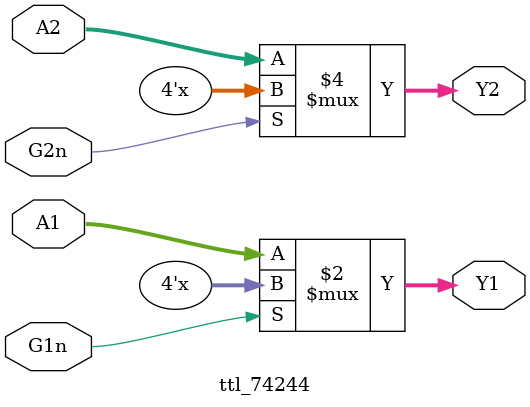
<source format=v>
`timescale 1ns/1ns

module ttl_74244 #(parameter DELAY_RISE = 12, DELAY_FALL = 12)
(
    input wire G1n,
    input wire G2n,
    input wire [3:0] A1,
    input wire [3:0] A2,
    output wire [3:0] Y1,
    output wire [3:0] Y2
);
    assign #(DELAY_RISE, DELAY_FALL) Y1 = (!G1n) ? A1 : 4'bzzzz;
    assign #(DELAY_RISE, DELAY_FALL) Y2 = (!G2n) ? A2 : 4'bzzzz;
endmodule

</source>
